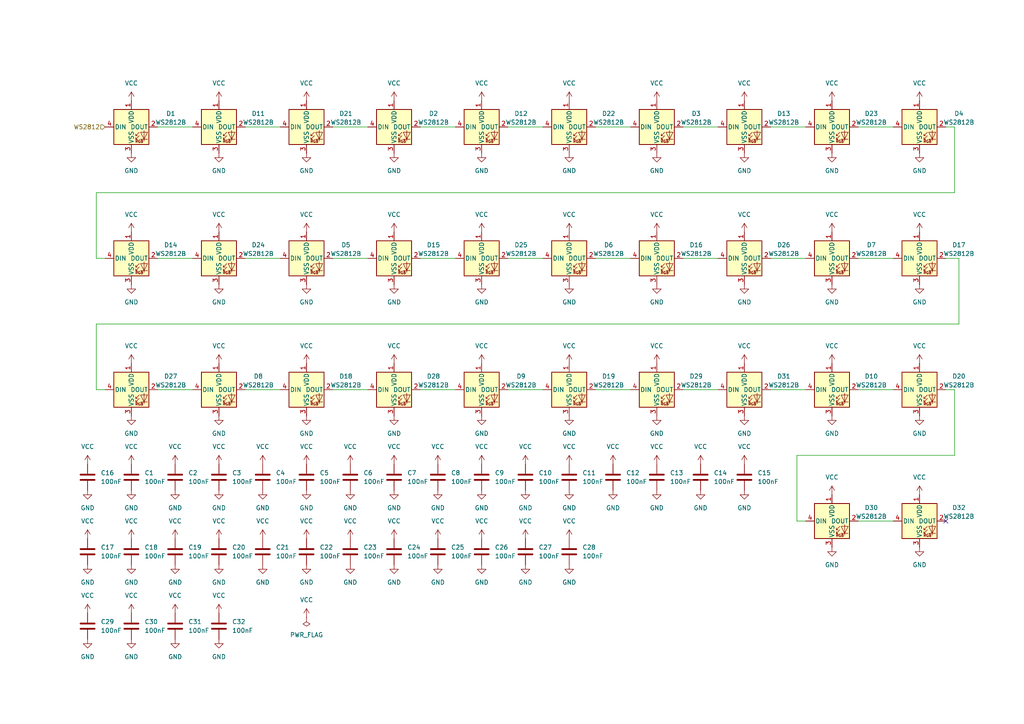
<source format=kicad_sch>
(kicad_sch (version 20230121) (generator eeschema)
  (paper "A4")
  (title_block (title "Spiralboard") (date "2023-07-01") (rev "v1.0") (company "@casartar"))
  (no_connect (at 274.32 151.13))
  (wire (pts (xy 223.52 74.93) (xy 233.68 74.93)))
  (wire (pts (xy 231.14 132.08) (xy 231.14 151.13)))
  (wire (pts (xy 172.72 36.83) (xy 182.88 36.83)))
  (wire (pts (xy 45.72 113.03) (xy 55.88 113.03)))
  (wire (pts (xy 45.72 74.93) (xy 55.88 74.93)))
  (wire (pts (xy 198.12 113.03) (xy 208.28 113.03)))
  (wire (pts (xy 147.32 113.03) (xy 157.48 113.03)))
  (wire (pts (xy 27.94 113.03) (xy 30.48 113.03)))
  (wire (pts (xy 248.92 74.93) (xy 259.08 74.93)))
  (wire (pts (xy 45.72 36.83) (xy 55.88 36.83)))
  (wire (pts (xy 248.92 113.03) (xy 259.08 113.03)))
  (wire (pts (xy 276.86 113.03) (xy 276.86 132.08)))
  (wire (pts (xy 274.32 36.83) (xy 276.86 36.83)))
  (wire (pts (xy 96.52 113.03) (xy 106.68 113.03)))
  (wire (pts (xy 96.52 36.83) (xy 106.68 36.83)))
  (wire (pts (xy 198.12 74.93) (xy 208.28 74.93)))
  (wire (pts (xy 276.86 55.88) (xy 27.94 55.88)))
  (wire (pts (xy 71.12 74.93) (xy 81.28 74.93)))
  (wire (pts (xy 276.86 36.83) (xy 276.86 55.88)))
  (wire (pts (xy 172.72 74.93) (xy 182.88 74.93)))
  (wire (pts (xy 27.94 74.93) (xy 30.48 74.93)))
  (wire (pts (xy 121.92 36.83) (xy 132.08 36.83)))
  (wire (pts (xy 96.52 74.93) (xy 106.68 74.93)))
  (wire (pts (xy 147.32 74.93) (xy 157.48 74.93)))
  (wire (pts (xy 71.12 36.83) (xy 81.28 36.83)))
  (wire (pts (xy 71.12 113.03) (xy 81.28 113.03)))
  (wire (pts (xy 121.92 74.93) (xy 132.08 74.93)))
  (wire (pts (xy 278.13 74.93) (xy 278.13 93.98)))
  (wire (pts (xy 248.92 36.83) (xy 259.08 36.83)))
  (wire (pts (xy 223.52 36.83) (xy 233.68 36.83)))
  (wire (pts (xy 223.52 113.03) (xy 233.68 113.03)))
  (wire (pts (xy 147.32 36.83) (xy 157.48 36.83)))
  (wire (pts (xy 278.13 93.98) (xy 27.94 93.98)))
  (wire (pts (xy 198.12 36.83) (xy 208.28 36.83)))
  (wire (pts (xy 172.72 113.03) (xy 182.88 113.03)))
  (wire (pts (xy 121.92 113.03) (xy 132.08 113.03)))
  (wire (pts (xy 27.94 55.88) (xy 27.94 74.93)))
  (wire (pts (xy 231.14 151.13) (xy 233.68 151.13)))
  (wire (pts (xy 274.32 113.03) (xy 276.86 113.03)))
  (wire (pts (xy 248.92 151.13) (xy 259.08 151.13)))
  (wire (pts (xy 27.94 93.98) (xy 27.94 113.03)))
  (wire (pts (xy 276.86 132.08) (xy 231.14 132.08)))
  (wire (pts (xy 274.32 74.93) (xy 278.13 74.93)))
  (hierarchical_label "WS2812" (shape input) (at 30.48 36.83 180))
  (symbol (lib_id "power:GND") (at 38.1 120.65 0) (unit 1)
    (property "Reference" "#PWR042" (effects hide))
    (property "Value" "GND" (at 38.1 125.73 0))
    (instances (project "spiralboard" (path "" (reference "#PWR042") (unit 1)) (path "" (reference "#PWR018") (unit 1))))
  )
  (symbol (lib_id "Device:C") (at 165.1 160.02 0) (unit 1)
    (property "Reference" "C28" (at 168.91 158.75 0) (effects (justify left)))
    (property "Value" "100nF" (at 168.91 161.29 0) (effects (justify left)))
    (property "Footprint" "Capacitor_SMD:C_0805_2012Metric" (effects hide))
  )
  (symbol (lib_id "power:GND") (at 88.9 82.55 0) (unit 1)
    (property "Reference" "#PWR026" (effects hide))
    (property "Value" "GND" (at 88.9 87.63 0))
    (instances (project "spiralboard" (path "" (reference "#PWR026") (unit 1)) (path "" (reference "#PWR050") (unit 1))))
  )
  (symbol (lib_id "power:VCC") (at 127 156.21 0) (unit 1)
    (property "Reference" "#PWR0113" (effects hide))
    (property "Value" "VCC" (at 127 151.13 0))
    (instances (project "spiralboard" (path "" (reference "#PWR0113") (unit 1)) (path "" (reference "#PWR074") (unit 1))))
  )
  (symbol (lib_id "power:VCC") (at 38.1 29.21 0) (unit 1)
    (property "Reference" "#PWR01" (effects hide))
    (property "Value" "VCC" (at 38.1 24.13 0))
    (instances (project "spiralboard" (path "" (reference "#PWR01") (unit 1)) (path "" (reference "#PWR013") (unit 1))))
  )
  (symbol (lib_id "Device:C") (at 114.3 138.43 0) (unit 1)
    (property "Reference" "C7" (at 118.11 137.16 0) (effects (justify left)))
    (property "Value" "100nF" (at 118.11 139.7 0) (effects (justify left)))
    (property "Footprint" "Capacitor_SMD:C_0805_2012Metric" (effects hide))
    (instances (project "spiralboard" (path "" (reference "C7") (unit 1)) (path "" (reference "C19") (unit 1))))
  )
  (symbol (lib_id "LED:WS2812B") (at 165.1 74.93 0) (unit 1)
    (property "Reference" "D6" (at 176.53 71.0439 0))
    (property "Value" "WS2812B" (at 176.53 73.5839 0))
    (property "Footprint" "LED_SMD:LED_WS2812B_PLCC4_5.0x5.0mm_P3.2mm" (effects hide))
    (property "Datasheet" "https://cdn-shop.adafruit.com/datasheets/WS2812B.pdf" (effects hide))
    (instances (project "spiralboard" (path "" (reference "D6") (unit 1)) (path "" (reference "D16") (unit 1))))
  )
  (symbol (lib_id "Device:C") (at 101.6 160.02 0) (unit 1)
    (property "Reference" "C23" (at 105.41 158.75 0) (effects (justify left)))
    (property "Value" "100nF" (at 105.41 161.29 0) (effects (justify left)))
    (property "Footprint" "Capacitor_SMD:C_0805_2012Metric" (effects hide))
    (instances (project "spiralboard" (path "" (reference "C23") (unit 1)) (path "" (reference "C18") (unit 1))))
  )
  (symbol (lib_id "power:VCC") (at 165.1 134.62 0) (unit 1)
    (property "Reference" "#PWR076" (effects hide))
    (property "Value" "VCC" (at 165.1 129.54 0))
    (instances (project "spiralboard" (path "" (reference "#PWR076") (unit 1)) (path "" (reference "#PWR096") (unit 1))))
  )
  (symbol (lib_id "power:GND") (at 76.2 163.83 0) (unit 1)
    (property "Reference" "#PWR0106" (effects hide))
    (property "Value" "GND" (at 76.2 168.91 0))
    (instances (project "spiralboard" (path "" (reference "#PWR0106") (unit 1)) (path "" (reference "#PWR046") (unit 1))))
  )
  (symbol (lib_id "power:GND") (at 63.5 185.42 0) (unit 1)
    (property "Reference" "#PWR0128" (effects hide))
    (property "Value" "GND" (at 63.5 190.5 0))
    (instances (project "spiralboard" (path "" (reference "#PWR0128") (unit 1)) (path "" (reference "#PWR042") (unit 1))))
  )
  (symbol (lib_id "Device:C") (at 88.9 160.02 0) (unit 1)
    (property "Reference" "C22" (at 92.71 158.75 0) (effects (justify left)))
    (property "Value" "100nF" (at 92.71 161.29 0) (effects (justify left)))
    (property "Footprint" "Capacitor_SMD:C_0805_2012Metric" (effects hide))
    (instances (project "spiralboard" (path "" (reference "C22") (unit 1)) (path "" (reference "C16") (unit 1))))
  )
  (symbol (lib_id "power:GND") (at 190.5 82.55 0) (unit 1)
    (property "Reference" "#PWR034" (effects hide))
    (property "Value" "GND" (at 190.5 87.63 0))
    (instances (project "spiralboard" (path "" (reference "#PWR034") (unit 1)) (path "" (reference "#PWR0105") (unit 1))))
  )
  (symbol (lib_id "LED:WS2812B") (at 38.1 113.03 0) (unit 1)
    (property "Reference" "D27" (at 49.53 109.1439 0))
    (property "Value" "WS2812B" (at 49.53 111.6839 0))
    (property "Footprint" "LED_SMD:LED_WS2812B_PLCC4_5.0x5.0mm_P3.2mm" (effects hide))
    (property "Datasheet" "https://cdn-shop.adafruit.com/datasheets/WS2812B.pdf" (effects hide))
    (instances (project "spiralboard" (path "" (reference "D27") (unit 1)) (path "" (reference "D21") (unit 1))))
  )
  (symbol (lib_id "power:GND") (at 101.6 163.83 0) (unit 1)
    (property "Reference" "#PWR0110" (effects hide))
    (property "Value" "GND" (at 101.6 168.91 0))
    (instances (project "spiralboard" (path "" (reference "#PWR0110") (unit 1)) (path "" (reference "#PWR061") (unit 1))))
  )
  (symbol (lib_id "power:GND") (at 165.1 163.83 0) (unit 1)
    (property "Reference" "#PWR0120" (effects hide))
    (property "Value" "GND" (at 165.1 168.91 0))
    (instances (project "spiralboard" (path "" (reference "#PWR0120") (unit 1)) (path "" (reference "#PWR099") (unit 1))))
  )
  (symbol (lib_id "power:GND") (at 215.9 120.65 0) (unit 1)
    (property "Reference" "#PWR056" (effects hide))
    (property "Value" "GND" (at 215.9 125.73 0))
    (instances (project "spiralboard" (path "" (reference "#PWR056") (unit 1)) (path "" (reference "#PWR0117") (unit 1))))
  )
  (symbol (lib_id "power:VCC") (at 38.1 156.21 0) (unit 1)
    (property "Reference" "#PWR099" (effects hide))
    (property "Value" "VCC" (at 38.1 151.13 0))
    (instances (project "spiralboard" (path "" (reference "#PWR099") (unit 1)) (path "" (reference "#PWR021") (unit 1))))
  )
  (symbol (lib_id "power:VCC") (at 241.3 67.31 0) (unit 1)
    (property "Reference" "#PWR037" (effects hide))
    (property "Value" "VCC" (at 241.3 62.23 0))
    (instances (project "spiralboard" (path "" (reference "#PWR037") (unit 1)) (path "" (reference "#PWR0122") (unit 1))))
  )
  (symbol (lib_id "power:GND") (at 63.5 163.83 0) (unit 1)
    (property "Reference" "#PWR0104" (effects hide))
    (property "Value" "GND" (at 63.5 168.91 0))
    (instances (project "spiralboard" (path "" (reference "#PWR0104") (unit 1)) (path "" (reference "#PWR040") (unit 1))))
  )
  (symbol (lib_id "power:GND") (at 203.2 142.24 0) (unit 1)
    (property "Reference" "#PWR082" (effects hide))
    (property "Value" "GND" (at 203.2 147.32 0))
    (instances (project "spiralboard" (path "" (reference "#PWR082") (unit 1)) (path "" (reference "#PWR0111") (unit 1))))
  )
  (symbol (lib_id "LED:WS2812B") (at 190.5 74.93 0) (unit 1)
    (property "Reference" "D16" (at 201.93 71.0439 0))
    (property "Value" "WS2812B" (at 201.93 73.5839 0))
    (property "Footprint" "LED_SMD:LED_WS2812B_PLCC4_5.0x5.0mm_P3.2mm" (effects hide))
    (property "Datasheet" "https://cdn-shop.adafruit.com/datasheets/WS2812B.pdf" (effects hide))
    (instances (project "spiralboard" (path "" (reference "D16") (unit 1)) (path "" (reference "D17") (unit 1))))
  )
  (symbol (lib_id "Device:C") (at 177.8 138.43 0) (unit 1)
    (property "Reference" "C12" (at 181.61 137.16 0) (effects (justify left)))
    (property "Value" "100nF" (at 181.61 139.7 0) (effects (justify left)))
    (property "Footprint" "Capacitor_SMD:C_0805_2012Metric" (effects hide))
    (instances (project "spiralboard" (path "" (reference "C12") (unit 1)) (path "" (reference "C29") (unit 1))))
  )
  (symbol (lib_id "Device:C") (at 203.2 138.43 0) (unit 1)
    (property "Reference" "C14" (at 207.01 137.16 0) (effects (justify left)))
    (property "Value" "100nF" (at 207.01 139.7 0) (effects (justify left)))
    (property "Footprint" "Capacitor_SMD:C_0805_2012Metric" (effects hide))
    (instances (project "spiralboard" (path "" (reference "C14") (unit 1)) (path "" (reference "C31") (unit 1))))
  )
  (symbol (lib_id "LED:WS2812B") (at 139.7 36.83 0) (unit 1)
    (property "Reference" "D12" (at 151.13 32.9439 0))
    (property "Value" "WS2812B" (at 151.13 35.4839 0))
    (property "Footprint" "LED_SMD:LED_WS2812B_PLCC4_5.0x5.0mm_P3.2mm" (effects hide))
    (property "Datasheet" "https://cdn-shop.adafruit.com/datasheets/WS2812B.pdf" (effects hide))
    (instances (project "spiralboard" (path "" (reference "D12") (unit 1)) (path "" (reference "D5") (unit 1))))
  )
  (symbol (lib_id "power:VCC") (at 88.9 29.21 0) (unit 1)
    (property "Reference" "#PWR03" (effects hide))
    (property "Value" "VCC" (at 88.9 24.13 0))
    (instances (project "spiralboard" (path "" (reference "#PWR03") (unit 1)) (path "" (reference "#PWR047") (unit 1))))
  )
  (symbol (lib_id "Device:C") (at 25.4 181.61 0) (unit 1)
    (property "Reference" "C29" (at 29.21 180.34 0) (effects (justify left)))
    (property "Value" "100nF" (at 29.21 182.88 0) (effects (justify left)))
    (property "Footprint" "Capacitor_SMD:C_0805_2012Metric" (effects hide))
    (instances (project "spiralboard" (path "" (reference "C29") (unit 1)) (path "" (reference "C3") (unit 1))))
  )
  (symbol (lib_id "power:GND") (at 38.1 82.55 0) (unit 1)
    (property "Reference" "#PWR022" (effects hide))
    (property "Value" "GND" (at 38.1 87.63 0))
    (instances (project "spiralboard" (path "" (reference "#PWR022") (unit 1)) (path "" (reference "#PWR016") (unit 1))))
  )
  (symbol (lib_id "LED:WS2812B") (at 266.7 36.83 0) (unit 1)
    (property "Reference" "D4" (at 278.13 32.9439 0))
    (property "Value" "WS2812B" (at 278.13 35.4839 0))
    (property "Footprint" "LED_SMD:LED_WS2812B_PLCC4_5.0x5.0mm_P3.2mm" (effects hide))
    (property "Datasheet" "https://cdn-shop.adafruit.com/datasheets/WS2812B.pdf" (effects hide))
    (instances (project "spiralboard" (path "" (reference "D4") (unit 1)) (path "" (reference "D10") (unit 1))))
  )
  (symbol (lib_id "power:VCC") (at 114.3 156.21 0) (unit 1)
    (property "Reference" "#PWR0111" (effects hide))
    (property "Value" "VCC" (at 114.3 151.13 0))
    (instances (project "spiralboard" (path "" (reference "#PWR0111") (unit 1)) (path "" (reference "#PWR070") (unit 1))))
  )
  (symbol (lib_id "power:GND") (at 241.3 158.75 0) (unit 1)
    (property "Reference" "#PWR062" (effects hide))
    (property "Value" "GND" (at 241.3 163.83 0))
    (instances (project "spiralboard" (path "" (reference "#PWR062") (unit 1)) (path "" (reference "#PWR0127") (unit 1))))
  )
  (symbol (lib_id "power:VCC") (at 266.7 105.41 0) (unit 1)
    (property "Reference" "#PWR059" (effects hide))
    (property "Value" "VCC" (at 266.7 100.33 0))
    (instances (project "spiralboard" (path "" (reference "#PWR059") (unit 1)) (path "" (reference "#PWR0132") (unit 1))))
  )
  (symbol (lib_id "power:GND") (at 152.4 142.24 0) (unit 1)
    (property "Reference" "#PWR086" (effects hide))
    (property "Value" "GND" (at 152.4 147.32 0))
    (instances (project "spiralboard" (path "" (reference "#PWR086") (unit 1)) (path "" (reference "#PWR087") (unit 1))))
  )
  (symbol (lib_id "LED:WS2812B") (at 241.3 74.93 0) (unit 1)
    (property "Reference" "D7" (at 252.73 71.0439 0))
    (property "Value" "WS2812B" (at 252.73 73.5839 0))
    (property "Footprint" "LED_SMD:LED_WS2812B_PLCC4_5.0x5.0mm_P3.2mm" (effects hide))
    (property "Datasheet" "https://cdn-shop.adafruit.com/datasheets/WS2812B.pdf" (effects hide))
    (instances (project "spiralboard" (path "" (reference "D7") (unit 1)) (path "" (reference "D19") (unit 1))))
  )
  (symbol (lib_id "power:GND") (at 215.9 44.45 0) (unit 1)
    (property "Reference" "#PWR018" (effects hide))
    (property "Value" "GND" (at 215.9 49.53 0))
    (instances (project "spiralboard" (path "" (reference "#PWR018") (unit 1)) (path "" (reference "#PWR0113") (unit 1))))
  )
  (symbol (lib_id "power:GND") (at 177.8 142.24 0) (unit 1)
    (property "Reference" "#PWR084" (effects hide))
    (property "Value" "GND" (at 177.8 147.32 0))
    (instances (project "spiralboard" (path "" (reference "#PWR084") (unit 1)) (path "" (reference "#PWR0101") (unit 1))))
  )
  (symbol (lib_id "power:VCC") (at 101.6 156.21 0) (unit 1)
    (property "Reference" "#PWR0109" (effects hide))
    (property "Value" "VCC" (at 101.6 151.13 0))
    (instances (project "spiralboard" (path "" (reference "#PWR0109") (unit 1)) (path "" (reference "#PWR060") (unit 1))))
  )
  (symbol (lib_id "power:VCC") (at 38.1 67.31 0) (unit 1)
    (property "Reference" "#PWR021" (effects hide))
    (property "Value" "VCC" (at 38.1 62.23 0))
    (instances (project "spiralboard" (path "" (reference "#PWR021") (unit 1)) (path "" (reference "#PWR015") (unit 1))))
  )
  (symbol (lib_id "Device:C") (at 114.3 160.02 0) (unit 1)
    (property "Reference" "C24" (at 118.11 158.75 0) (effects (justify left)))
    (property "Value" "100nF" (at 118.11 161.29 0) (effects (justify left)))
    (property "Footprint" "Capacitor_SMD:C_0805_2012Metric" (effects hide))
    (instances (project "spiralboard" (path "" (reference "C24") (unit 1)) (path "" (reference "C20") (unit 1))))
  )
  (symbol (lib_id "power:VCC") (at 63.5 156.21 0) (unit 1)
    (property "Reference" "#PWR0103" (effects hide))
    (property "Value" "VCC" (at 63.5 151.13 0))
    (instances (project "spiralboard" (path "" (reference "#PWR0103") (unit 1)) (path "" (reference "#PWR039") (unit 1))))
  )
  (symbol (lib_id "LED:WS2812B") (at 215.9 74.93 0) (unit 1)
    (property "Reference" "D26" (at 227.33 71.0439 0))
    (property "Value" "WS2812B" (at 227.33 73.5839 0))
    (property "Footprint" "LED_SMD:LED_WS2812B_PLCC4_5.0x5.0mm_P3.2mm" (effects hide))
    (property "Datasheet" "https://cdn-shop.adafruit.com/datasheets/WS2812B.pdf" (effects hide))
    (instances (project "spiralboard" (path "" (reference "D26") (unit 1)) (path "" (reference "D18") (unit 1))))
  )
  (symbol (lib_id "power:GND") (at 101.6 142.24 0) (unit 1)
    (property "Reference" "#PWR090" (effects hide))
    (property "Value" "GND" (at 101.6 147.32 0))
    (instances (project "spiralboard" (path "" (reference "#PWR090") (unit 1)) (path "" (reference "#PWR059") (unit 1))))
  )
  (symbol (lib_id "power:GND") (at 50.8 142.24 0) (unit 1)
    (property "Reference" "#PWR094" (effects hide))
    (property "Value" "GND" (at 50.8 147.32 0))
    (instances (project "spiralboard" (path "" (reference "#PWR094") (unit 1)) (path "" (reference "#PWR026") (unit 1))))
  )
  (symbol (lib_id "power:VCC") (at 266.7 143.51 0) (unit 1)
    (property "Reference" "#PWR063" (effects hide))
    (property "Value" "VCC" (at 266.7 138.43 0))
    (instances (project "spiralboard" (path "" (reference "#PWR063") (unit 1)) (path "" (reference "#PWR0134") (unit 1))))
  )
  (symbol (lib_id "power:VCC") (at 139.7 105.41 0) (unit 1)
    (property "Reference" "#PWR049" (effects hide))
    (property "Value" "VCC" (at 139.7 100.33 0))
    (instances (project "spiralboard" (path "" (reference "#PWR049") (unit 1)) (path "" (reference "#PWR080") (unit 1))))
  )
  (symbol (lib_id "LED:WS2812B") (at 241.3 36.83 0) (unit 1)
    (property "Reference" "D23" (at 252.73 32.9439 0))
    (property "Value" "WS2812B" (at 252.73 35.4839 0))
    (property "Footprint" "LED_SMD:LED_WS2812B_PLCC4_5.0x5.0mm_P3.2mm" (effects hide))
    (property "Datasheet" "https://cdn-shop.adafruit.com/datasheets/WS2812B.pdf" (effects hide))
    (instances (project "spiralboard" (path "" (reference "D23") (unit 1)) (path "" (reference "D9") (unit 1))))
  )
  (symbol (lib_id "power:GND") (at 88.9 142.24 0) (unit 1)
    (property "Reference" "#PWR091" (effects hide))
    (property "Value" "GND" (at 88.9 147.32 0))
    (instances (project "spiralboard" (path "" (reference "#PWR091") (unit 1)) (path "" (reference "#PWR054") (unit 1))))
  )
  (symbol (lib_id "power:VCC") (at 88.9 156.21 0) (unit 1)
    (property "Reference" "#PWR0107" (effects hide))
    (property "Value" "VCC" (at 88.9 151.13 0))
    (instances (project "spiralboard" (path "" (reference "#PWR0107") (unit 1)) (path "" (reference "#PWR055") (unit 1))))
  )
  (symbol (lib_id "power:GND") (at 25.4 185.42 0) (unit 1)
    (property "Reference" "#PWR0122" (effects hide))
    (property "Value" "GND" (at 25.4 190.5 0))
    (instances (project "spiralboard" (path "" (reference "#PWR0122") (unit 1)) (path "" (reference "#PWR012") (unit 1))))
  )
  (symbol (lib_id "power:VCC") (at 63.5 67.31 0) (unit 1)
    (property "Reference" "#PWR023" (effects hide))
    (property "Value" "VCC" (at 63.5 62.23 0))
    (instances (project "spiralboard" (path "" (reference "#PWR023") (unit 1)) (path "" (reference "#PWR033") (unit 1))))
  )
  (symbol (lib_id "LED:WS2812B") (at 266.7 151.13 0) (unit 1)
    (property "Reference" "D32" (at 278.13 147.2439 0))
    (property "Value" "WS2812B" (at 278.13 149.7839 0))
    (property "Footprint" "LED_SMD:LED_WS2812B_PLCC4_5.0x5.0mm_P3.2mm" (effects hide))
    (property "Datasheet" "https://cdn-shop.adafruit.com/datasheets/WS2812B.pdf" (effects hide))
  )
  (symbol (lib_id "power:GND") (at 266.7 158.75 0) (unit 1)
    (property "Reference" "#PWR064" (effects hide))
    (property "Value" "GND" (at 266.7 163.83 0))
    (instances (project "spiralboard" (path "" (reference "#PWR064") (unit 1)) (path "" (reference "#PWR0135") (unit 1))))
  )
  (symbol (lib_id "power:GND") (at 88.9 44.45 0) (unit 1)
    (property "Reference" "#PWR013" (effects hide))
    (property "Value" "GND" (at 88.9 49.53 0))
    (instances (project "spiralboard" (path "" (reference "#PWR013") (unit 1)) (path "" (reference "#PWR048") (unit 1))))
  )
  (symbol (lib_id "power:GND") (at 114.3 82.55 0) (unit 1)
    (property "Reference" "#PWR028" (effects hide))
    (property "Value" "GND" (at 114.3 87.63 0))
    (instances (project "spiralboard" (path "" (reference "#PWR028") (unit 1)) (path "" (reference "#PWR065") (unit 1))))
  )
  (symbol (lib_id "power:VCC") (at 165.1 156.21 0) (unit 1)
    (property "Reference" "#PWR0119" (effects hide))
    (property "Value" "VCC" (at 165.1 151.13 0))
    (instances (project "spiralboard" (path "" (reference "#PWR0119") (unit 1)) (path "" (reference "#PWR098") (unit 1))))
  )
  (symbol (lib_id "LED:WS2812B") (at 190.5 36.83 0) (unit 1)
    (property "Reference" "D3" (at 201.93 32.9439 0))
    (property "Value" "WS2812B" (at 201.93 35.4839 0))
    (property "Footprint" "LED_SMD:LED_WS2812B_PLCC4_5.0x5.0mm_P3.2mm" (effects hide))
    (property "Datasheet" "https://cdn-shop.adafruit.com/datasheets/WS2812B.pdf" (effects hide))
    (instances (project "spiralboard" (path "" (reference "D3") (unit 1)) (path "" (reference "D7") (unit 1))))
  )
  (symbol (lib_id "power:VCC") (at 165.1 67.31 0) (unit 1)
    (property "Reference" "#PWR031" (effects hide))
    (property "Value" "VCC" (at 165.1 62.23 0))
    (instances (project "spiralboard" (path "" (reference "#PWR031") (unit 1)) (path "" (reference "#PWR092") (unit 1))))
  )
  (symbol (lib_id "power:GND") (at 114.3 142.24 0) (unit 1)
    (property "Reference" "#PWR089" (effects hide))
    (property "Value" "GND" (at 114.3 147.32 0))
    (instances (project "spiralboard" (path "" (reference "#PWR089") (unit 1)) (path "" (reference "#PWR069") (unit 1))))
  )
  (symbol (lib_id "power:VCC") (at 63.5 177.8 0) (unit 1)
    (property "Reference" "#PWR0127" (effects hide))
    (property "Value" "VCC" (at 63.5 172.72 0))
    (instances (project "spiralboard" (path "" (reference "#PWR0127") (unit 1)) (path "" (reference "#PWR041") (unit 1))))
  )
  (symbol (lib_id "Device:C") (at 215.9 138.43 0) (unit 1)
    (property "Reference" "C15" (at 219.71 137.16 0) (effects (justify left)))
    (property "Value" "100nF" (at 219.71 139.7 0) (effects (justify left)))
    (property "Footprint" "Capacitor_SMD:C_0805_2012Metric" (effects hide))
    (instances (project "spiralboard" (path "" (reference "C15") (unit 1)) (path "" (reference "C32") (unit 1))))
  )
  (symbol (lib_id "power:VCC") (at 88.9 179.07 0) (unit 1)
    (property "Reference" "#PWR057" (effects hide))
    (property "Value" "VCC" (at 88.9 173.99 0))
  )
  (symbol (lib_id "power:GND") (at 63.5 142.24 0) (unit 1)
    (property "Reference" "#PWR093" (effects hide))
    (property "Value" "GND" (at 63.5 147.32 0))
    (instances (project "spiralboard" (path "" (reference "#PWR093") (unit 1)) (path "" (reference "#PWR038") (unit 1))))
  )
  (symbol (lib_id "Device:C") (at 139.7 138.43 0) (unit 1)
    (property "Reference" "C9" (at 143.51 137.16 0) (effects (justify left)))
    (property "Value" "100nF" (at 143.51 139.7 0) (effects (justify left)))
    (property "Footprint" "Capacitor_SMD:C_0805_2012Metric" (effects hide))
    (instances (project "spiralboard" (path "" (reference "C9") (unit 1)) (path "" (reference "C23") (unit 1))))
  )
  (symbol (lib_id "power:VCC") (at 266.7 29.21 0) (unit 1)
    (property "Reference" "#PWR09" (effects hide))
    (property "Value" "VCC" (at 266.7 24.13 0))
    (instances (project "spiralboard" (path "" (reference "#PWR09") (unit 1)) (path "" (reference "#PWR0128") (unit 1))))
  )
  (symbol (lib_id "power:GND") (at 50.8 185.42 0) (unit 1)
    (property "Reference" "#PWR0126" (effects hide))
    (property "Value" "GND" (at 50.8 190.5 0))
    (instances (project "spiralboard" (path "" (reference "#PWR0126") (unit 1)) (path "" (reference "#PWR030") (unit 1))))
  )
  (symbol (lib_id "Device:C") (at 25.4 138.43 0) (unit 1)
    (property "Reference" "C16" (at 29.21 137.16 0) (effects (justify left)))
    (property "Value" "100nF" (at 29.21 139.7 0) (effects (justify left)))
    (property "Footprint" "Capacitor_SMD:C_0805_2012Metric" (effects hide))
    (instances (project "spiralboard" (path "" (reference "C16") (unit 1)) (path "" (reference "C1") (unit 1))))
  )
  (symbol (lib_id "LED:WS2812B") (at 88.9 74.93 0) (unit 1)
    (property "Reference" "D5" (at 100.33 71.0439 0))
    (property "Value" "WS2812B" (at 100.33 73.5839 0))
    (property "Footprint" "LED_SMD:LED_WS2812B_PLCC4_5.0x5.0mm_P3.2mm" (effects hide))
    (property "Datasheet" "https://cdn-shop.adafruit.com/datasheets/WS2812B.pdf" (effects hide))
    (instances (project "spiralboard" (path "" (reference "D5") (unit 1)) (path "" (reference "D13") (unit 1))))
  )
  (symbol (lib_id "power:VCC") (at 114.3 134.62 0) (unit 1)
    (property "Reference" "#PWR072" (effects hide))
    (property "Value" "VCC" (at 114.3 129.54 0))
    (instances (project "spiralboard" (path "" (reference "#PWR072") (unit 1)) (path "" (reference "#PWR068") (unit 1))))
  )
  (symbol (lib_id "power:GND") (at 165.1 120.65 0) (unit 1)
    (property "Reference" "#PWR052" (effects hide))
    (property "Value" "GND" (at 165.1 125.73 0))
    (instances (project "spiralboard" (path "" (reference "#PWR052") (unit 1)) (path "" (reference "#PWR095") (unit 1))))
  )
  (symbol (lib_id "power:VCC") (at 114.3 105.41 0) (unit 1)
    (property "Reference" "#PWR047" (effects hide))
    (property "Value" "VCC" (at 114.3 100.33 0))
    (instances (project "spiralboard" (path "" (reference "#PWR047") (unit 1)) (path "" (reference "#PWR066") (unit 1))))
  )
  (symbol (lib_id "power:VCC") (at 215.9 134.62 0) (unit 1)
    (property "Reference" "#PWR080" (effects hide))
    (property "Value" "VCC" (at 215.9 129.54 0))
    (instances (project "spiralboard" (path "" (reference "#PWR080") (unit 1)) (path "" (reference "#PWR0118") (unit 1))))
  )
  (symbol (lib_id "Device:C") (at 101.6 138.43 0) (unit 1)
    (property "Reference" "C6" (at 105.41 137.16 0) (effects (justify left)))
    (property "Value" "100nF" (at 105.41 139.7 0) (effects (justify left)))
    (property "Footprint" "Capacitor_SMD:C_0805_2012Metric" (effects hide))
    (instances (project "spiralboard" (path "" (reference "C6") (unit 1)) (path "" (reference "C17") (unit 1))))
  )
  (symbol (lib_id "power:GND") (at 152.4 163.83 0) (unit 1)
    (property "Reference" "#PWR0118" (effects hide))
    (property "Value" "GND" (at 152.4 168.91 0))
    (instances (project "spiralboard" (path "" (reference "#PWR0118") (unit 1)) (path "" (reference "#PWR089") (unit 1))))
  )
  (symbol (lib_id "power:VCC") (at 76.2 134.62 0) (unit 1)
    (property "Reference" "#PWR069" (effects hide))
    (property "Value" "VCC" (at 76.2 129.54 0))
    (instances (project "spiralboard" (path "" (reference "#PWR069") (unit 1)) (path "" (reference "#PWR043") (unit 1))))
  )
  (symbol (lib_id "LED:WS2812B") (at 63.5 113.03 0) (unit 1)
    (property "Reference" "D8" (at 74.93 109.1439 0))
    (property "Value" "WS2812B" (at 74.93 111.6839 0))
    (property "Footprint" "LED_SMD:LED_WS2812B_PLCC4_5.0x5.0mm_P3.2mm" (effects hide))
    (property "Datasheet" "https://cdn-shop.adafruit.com/datasheets/WS2812B.pdf" (effects hide))
    (instances (project "spiralboard" (path "" (reference "D8") (unit 1)) (path "" (reference "D22") (unit 1))))
  )
  (symbol (lib_id "Device:C") (at 38.1 138.43 0) (unit 1)
    (property "Reference" "C1" (at 41.91 137.16 0) (effects (justify left)))
    (property "Value" "100nF" (at 41.91 139.7 0) (effects (justify left)))
    (property "Footprint" "Capacitor_SMD:C_0805_2012Metric" (effects hide))
    (instances (project "spiralboard" (path "" (reference "C1") (unit 1)) (path "" (reference "C4") (unit 1))))
  )
  (symbol (lib_id "power:GND") (at 165.1 44.45 0) (unit 1)
    (property "Reference" "#PWR016" (effects hide))
    (property "Value" "GND" (at 165.1 49.53 0))
    (instances (project "spiralboard" (path "" (reference "#PWR016") (unit 1)) (path "" (reference "#PWR091") (unit 1))))
  )
  (symbol (lib_id "Device:C") (at 50.8 160.02 0) (unit 1)
    (property "Reference" "C19" (at 54.61 158.75 0) (effects (justify left)))
    (property "Value" "100nF" (at 54.61 161.29 0) (effects (justify left)))
    (property "Footprint" "Capacitor_SMD:C_0805_2012Metric" (effects hide))
    (instances (project "spiralboard" (path "" (reference "C19") (unit 1)) (path "" (reference "C8") (unit 1))))
  )
  (symbol (lib_id "LED:WS2812B") (at 266.7 113.03 0) (unit 1)
    (property "Reference" "D20" (at 278.13 109.1439 0))
    (property "Value" "WS2812B" (at 278.13 111.6839 0))
    (property "Footprint" "LED_SMD:LED_WS2812B_PLCC4_5.0x5.0mm_P3.2mm" (effects hide))
    (property "Datasheet" "https://cdn-shop.adafruit.com/datasheets/WS2812B.pdf" (effects hide))
    (instances (project "spiralboard" (path "" (reference "D20") (unit 1)) (path "" (reference "D30") (unit 1))))
  )
  (symbol (lib_id "Device:C") (at 190.5 138.43 0) (unit 1)
    (property "Reference" "C13" (at 194.31 137.16 0) (effects (justify left)))
    (property "Value" "100nF" (at 194.31 139.7 0) (effects (justify left)))
    (property "Footprint" "Capacitor_SMD:C_0805_2012Metric" (effects hide))
    (instances (project "spiralboard" (path "" (reference "C13") (unit 1)) (path "" (reference "C30") (unit 1))))
  )
  (symbol (lib_id "Device:C") (at 76.2 138.43 0) (unit 1)
    (property "Reference" "C4" (at 80.01 137.16 0) (effects (justify left)))
    (property "Value" "100nF" (at 80.01 139.7 0) (effects (justify left)))
    (property "Footprint" "Capacitor_SMD:C_0805_2012Metric" (effects hide))
    (instances (project "spiralboard" (path "" (reference "C4") (unit 1)) (path "" (reference "C13") (unit 1))))
  )
  (symbol (lib_id "LED:WS2812B") (at 139.7 113.03 0) (unit 1)
    (property "Reference" "D9" (at 151.13 109.1439 0))
    (property "Value" "WS2812B" (at 151.13 111.6839 0))
    (property "Footprint" "LED_SMD:LED_WS2812B_PLCC4_5.0x5.0mm_P3.2mm" (effects hide))
    (property "Datasheet" "https://cdn-shop.adafruit.com/datasheets/WS2812B.pdf" (effects hide))
    (instances (project "spiralboard" (path "" (reference "D9") (unit 1)) (path "" (reference "D25") (unit 1))))
  )
  (symbol (lib_id "Device:C") (at 63.5 160.02 0) (unit 1)
    (property "Reference" "C20" (at 67.31 158.75 0) (effects (justify left)))
    (property "Value" "100nF" (at 67.31 161.29 0) (effects (justify left)))
    (property "Footprint" "Capacitor_SMD:C_0805_2012Metric" (effects hide))
    (instances (project "spiralboard" (path "" (reference "C20") (unit 1)) (path "" (reference "C11") (unit 1))))
  )
  (symbol (lib_id "power:GND") (at 127 142.24 0) (unit 1)
    (property "Reference" "#PWR088" (effects hide))
    (property "Value" "GND" (at 127 147.32 0))
    (instances (project "spiralboard" (path "" (reference "#PWR088") (unit 1)) (path "" (reference "#PWR073") (unit 1))))
  )
  (symbol (lib_id "power:GND") (at 139.7 142.24 0) (unit 1)
    (property "Reference" "#PWR087" (effects hide))
    (property "Value" "GND" (at 139.7 147.32 0))
    (instances (project "spiralboard" (path "" (reference "#PWR087") (unit 1)) (path "" (reference "#PWR083") (unit 1))))
  )
  (symbol (lib_id "power:VCC") (at 266.7 67.31 0) (unit 1)
    (property "Reference" "#PWR039" (effects hide))
    (property "Value" "VCC" (at 266.7 62.23 0))
    (instances (project "spiralboard" (path "" (reference "#PWR039") (unit 1)) (path "" (reference "#PWR0130") (unit 1))))
  )
  (symbol (lib_id "power:GND") (at 190.5 142.24 0) (unit 1)
    (property "Reference" "#PWR083" (effects hide))
    (property "Value" "GND" (at 190.5 147.32 0))
    (instances (project "spiralboard" (path "" (reference "#PWR083") (unit 1)) (path "" (reference "#PWR0109") (unit 1))))
  )
  (symbol (lib_id "power:VCC") (at 165.1 29.21 0) (unit 1)
    (property "Reference" "#PWR06" (effects hide))
    (property "Value" "VCC" (at 165.1 24.13 0))
    (instances (project "spiralboard" (path "" (reference "#PWR06") (unit 1)) (path "" (reference "#PWR090") (unit 1))))
  )
  (symbol (lib_id "LED:WS2812B") (at 215.9 113.03 0) (unit 1)
    (property "Reference" "D31" (at 227.33 109.1439 0))
    (property "Value" "WS2812B" (at 227.33 111.6839 0))
    (property "Footprint" "LED_SMD:LED_WS2812B_PLCC4_5.0x5.0mm_P3.2mm" (effects hide))
    (property "Datasheet" "https://cdn-shop.adafruit.com/datasheets/WS2812B.pdf" (effects hide))
    (instances (project "spiralboard" (path "" (reference "D31") (unit 1)) (path "" (reference "D28") (unit 1))))
  )
  (symbol (lib_id "power:VCC") (at 190.5 105.41 0) (unit 1)
    (property "Reference" "#PWR053" (effects hide))
    (property "Value" "VCC" (at 190.5 100.33 0))
    (instances (project "spiralboard" (path "" (reference "#PWR053") (unit 1)) (path "" (reference "#PWR0106") (unit 1))))
  )
  (symbol (lib_id "power:GND") (at 38.1 44.45 0) (unit 1)
    (property "Reference" "#PWR011" (effects hide))
    (property "Value" "GND" (at 38.1 49.53 0))
    (instances (project "spiralboard" (path "" (reference "#PWR011") (unit 1)) (path "" (reference "#PWR014") (unit 1))))
  )
  (symbol (lib_id "power:VCC") (at 165.1 105.41 0) (unit 1)
    (property "Reference" "#PWR051" (effects hide))
    (property "Value" "VCC" (at 165.1 100.33 0))
    (instances (project "spiralboard" (path "" (reference "#PWR051") (unit 1)) (path "" (reference "#PWR094") (unit 1))))
  )
  (symbol (lib_id "Device:C") (at 25.4 160.02 0) (unit 1)
    (property "Reference" "C17" (at 29.21 158.75 0) (effects (justify left)))
    (property "Value" "100nF" (at 29.21 161.29 0) (effects (justify left)))
    (property "Footprint" "Capacitor_SMD:C_0805_2012Metric" (effects hide))
    (instances (project "spiralboard" (path "" (reference "C17") (unit 1)) (path "" (reference "C2") (unit 1))))
  )
  (symbol (lib_id "power:VCC") (at 203.2 134.62 0) (unit 1)
    (property "Reference" "#PWR079" (effects hide))
    (property "Value" "VCC" (at 203.2 129.54 0))
    (instances (project "spiralboard" (path "" (reference "#PWR079") (unit 1)) (path "" (reference "#PWR0110") (unit 1))))
  )
  (symbol (lib_id "LED:WS2812B") (at 63.5 36.83 0) (unit 1)
    (property "Reference" "D11" (at 74.93 32.9439 0))
    (property "Value" "WS2812B" (at 74.93 35.4839 0))
    (property "Footprint" "LED_SMD:LED_WS2812B_PLCC4_5.0x5.0mm_P3.2mm" (effects hide))
    (property "Datasheet" "https://cdn-shop.adafruit.com/datasheets/WS2812B.pdf" (effects hide))
    (instances (project "spiralboard" (path "" (reference "D11") (unit 1)) (path "" (reference "D2") (unit 1))))
  )
  (symbol (lib_id "LED:WS2812B") (at 241.3 113.03 0) (unit 1)
    (property "Reference" "D10" (at 252.73 109.1439 0))
    (property "Value" "WS2812B" (at 252.73 111.6839 0))
    (property "Footprint" "LED_SMD:LED_WS2812B_PLCC4_5.0x5.0mm_P3.2mm" (effects hide))
    (property "Datasheet" "https://cdn-shop.adafruit.com/datasheets/WS2812B.pdf" (effects hide))
    (instances (project "spiralboard" (path "" (reference "D10") (unit 1)) (path "" (reference "D29") (unit 1))))
  )
  (symbol (lib_id "Device:C") (at 127 138.43 0) (unit 1)
    (property "Reference" "C8" (at 130.81 137.16 0) (effects (justify left)))
    (property "Value" "100nF" (at 130.81 139.7 0) (effects (justify left)))
    (property "Footprint" "Capacitor_SMD:C_0805_2012Metric" (effects hide))
    (instances (project "spiralboard" (path "" (reference "C8") (unit 1)) (path "" (reference "C21") (unit 1))))
  )
  (symbol (lib_id "power:VCC") (at 190.5 29.21 0) (unit 1)
    (property "Reference" "#PWR07" (effects hide))
    (property "Value" "VCC" (at 190.5 24.13 0))
    (instances (project "spiralboard" (path "" (reference "#PWR07") (unit 1)) (path "" (reference "#PWR0102") (unit 1))))
  )
  (symbol (lib_id "power:GND") (at 165.1 82.55 0) (unit 1)
    (property "Reference" "#PWR032" (effects hide))
    (property "Value" "GND" (at 165.1 87.63 0))
    (instances (project "spiralboard" (path "" (reference "#PWR032") (unit 1)) (path "" (reference "#PWR093") (unit 1))))
  )
  (symbol (lib_id "power:VCC") (at 88.9 134.62 0) (unit 1)
    (property "Reference" "#PWR070" (effects hide))
    (property "Value" "VCC" (at 88.9 129.54 0))
    (instances (project "spiralboard" (path "" (reference "#PWR070") (unit 1)) (path "" (reference "#PWR053") (unit 1))))
  )
  (symbol (lib_id "power:VCC") (at 139.7 156.21 0) (unit 1)
    (property "Reference" "#PWR0115" (effects hide))
    (property "Value" "VCC" (at 139.7 151.13 0))
    (instances (project "spiralboard" (path "" (reference "#PWR0115") (unit 1)) (path "" (reference "#PWR084") (unit 1))))
  )
  (symbol (lib_id "LED:WS2812B") (at 114.3 113.03 0) (unit 1)
    (property "Reference" "D28" (at 125.73 109.1439 0))
    (property "Value" "WS2812B" (at 125.73 111.6839 0))
    (property "Footprint" "LED_SMD:LED_WS2812B_PLCC4_5.0x5.0mm_P3.2mm" (effects hide))
    (property "Datasheet" "https://cdn-shop.adafruit.com/datasheets/WS2812B.pdf" (effects hide))
    (instances (project "spiralboard" (path "" (reference "D28") (unit 1)) (path "" (reference "D24") (unit 1))))
  )
  (symbol (lib_id "power:GND") (at 38.1 185.42 0) (unit 1)
    (property "Reference" "#PWR0124" (effects hide))
    (property "Value" "GND" (at 38.1 190.5 0))
    (instances (project "spiralboard" (path "" (reference "#PWR0124") (unit 1)) (path "" (reference "#PWR024") (unit 1))))
  )
  (symbol (lib_id "power:VCC") (at 139.7 134.62 0) (unit 1)
    (property "Reference" "#PWR074" (effects hide))
    (property "Value" "VCC" (at 139.7 129.54 0))
    (instances (project "spiralboard" (path "" (reference "#PWR074") (unit 1)) (path "" (reference "#PWR082") (unit 1))))
  )
  (symbol (lib_id "Device:C") (at 38.1 181.61 0) (unit 1)
    (property "Reference" "C30" (at 41.91 180.34 0) (effects (justify left)))
    (property "Value" "100nF" (at 41.91 182.88 0) (effects (justify left)))
    (property "Footprint" "Capacitor_SMD:C_0805_2012Metric" (effects hide))
    (instances (project "spiralboard" (path "" (reference "C30") (unit 1)) (path "" (reference "C6") (unit 1))))
  )
  (symbol (lib_id "power:VCC") (at 38.1 105.41 0) (unit 1)
    (property "Reference" "#PWR041" (effects hide))
    (property "Value" "VCC" (at 38.1 100.33 0))
    (instances (project "spiralboard" (path "" (reference "#PWR041") (unit 1)) (path "" (reference "#PWR017") (unit 1))))
  )
  (symbol (lib_id "power:VCC") (at 190.5 134.62 0) (unit 1)
    (property "Reference" "#PWR078" (effects hide))
    (property "Value" "VCC" (at 190.5 129.54 0))
    (instances (project "spiralboard" (path "" (reference "#PWR078") (unit 1)) (path "" (reference "#PWR0108") (unit 1))))
  )
  (symbol (lib_id "power:VCC") (at 50.8 156.21 0) (unit 1)
    (property "Reference" "#PWR0101" (effects hide))
    (property "Value" "VCC" (at 50.8 151.13 0))
    (instances (project "spiralboard" (path "" (reference "#PWR0101") (unit 1)) (path "" (reference "#PWR027") (unit 1))))
  )
  (symbol (lib_id "power:GND") (at 88.9 163.83 0) (unit 1)
    (property "Reference" "#PWR0108" (effects hide))
    (property "Value" "GND" (at 88.9 168.91 0))
    (instances (project "spiralboard" (path "" (reference "#PWR0108") (unit 1)) (path "" (reference "#PWR056") (unit 1))))
  )
  (symbol (lib_id "power:VCC") (at 241.3 29.21 0) (unit 1)
    (property "Reference" "#PWR08" (effects hide))
    (property "Value" "VCC" (at 241.3 24.13 0))
    (instances (project "spiralboard" (path "" (reference "#PWR08") (unit 1)) (path "" (reference "#PWR0120") (unit 1))))
  )
  (symbol (lib_id "power:VCC") (at 63.5 105.41 0) (unit 1)
    (property "Reference" "#PWR043" (effects hide))
    (property "Value" "VCC" (at 63.5 100.33 0))
    (instances (project "spiralboard" (path "" (reference "#PWR043") (unit 1)) (path "" (reference "#PWR035") (unit 1))))
  )
  (symbol (lib_id "LED:WS2812B") (at 38.1 36.83 0) (unit 1)
    (property "Reference" "D1" (at 49.53 32.9439 0))
    (property "Value" "WS2812B" (at 49.53 35.4839 0))
    (property "Footprint" "LED_SMD:LED_WS2812B_PLCC4_5.0x5.0mm_P3.2mm" (effects hide))
    (property "Datasheet" "https://cdn-shop.adafruit.com/datasheets/WS2812B.pdf" (effects hide))
  )
  (symbol (lib_id "power:GND") (at 76.2 142.24 0) (unit 1)
    (property "Reference" "#PWR092" (effects hide))
    (property "Value" "GND" (at 76.2 147.32 0))
    (instances (project "spiralboard" (path "" (reference "#PWR092") (unit 1)) (path "" (reference "#PWR044") (unit 1))))
  )
  (symbol (lib_id "Device:C") (at 76.2 160.02 0) (unit 1)
    (property "Reference" "C21" (at 80.01 158.75 0) (effects (justify left)))
    (property "Value" "100nF" (at 80.01 161.29 0) (effects (justify left)))
    (property "Footprint" "Capacitor_SMD:C_0805_2012Metric" (effects hide))
    (instances (project "spiralboard" (path "" (reference "C21") (unit 1)) (path "" (reference "C14") (unit 1))))
  )
  (symbol (lib_id "power:GND") (at 25.4 163.83 0) (unit 1)
    (property "Reference" "#PWR098" (effects hide))
    (property "Value" "GND" (at 25.4 168.91 0))
    (instances (project "spiralboard" (path "" (reference "#PWR098") (unit 1)) (path "" (reference "#PWR010") (unit 1))))
  )
  (symbol (lib_id "Device:C") (at 152.4 160.02 0) (unit 1)
    (property "Reference" "C27" (at 156.21 158.75 0) (effects (justify left)))
    (property "Value" "100nF" (at 156.21 161.29 0) (effects (justify left)))
    (property "Footprint" "Capacitor_SMD:C_0805_2012Metric" (effects hide))
    (instances (project "spiralboard" (path "" (reference "C27") (unit 1)) (path "" (reference "C26") (unit 1))))
  )
  (symbol (lib_id "power:GND") (at 165.1 142.24 0) (unit 1)
    (property "Reference" "#PWR085" (effects hide))
    (property "Value" "GND" (at 165.1 147.32 0))
    (instances (project "spiralboard" (path "" (reference "#PWR085") (unit 1)) (path "" (reference "#PWR097") (unit 1))))
  )
  (symbol (lib_id "Device:C") (at 139.7 160.02 0) (unit 1)
    (property "Reference" "C26" (at 143.51 158.75 0) (effects (justify left)))
    (property "Value" "100nF" (at 143.51 161.29 0) (effects (justify left)))
    (property "Footprint" "Capacitor_SMD:C_0805_2012Metric" (effects hide))
    (instances (project "spiralboard" (path "" (reference "C26") (unit 1)) (path "" (reference "C24") (unit 1))))
  )
  (symbol (lib_id "power:VCC") (at 215.9 29.21 0) (unit 1)
    (property "Reference" "#PWR010" (effects hide))
    (property "Value" "VCC" (at 215.9 24.13 0))
    (instances (project "spiralboard" (path "" (reference "#PWR010") (unit 1)) (path "" (reference "#PWR0112") (unit 1))))
  )
  (symbol (lib_id "power:VCC") (at 25.4 177.8 0) (unit 1)
    (property "Reference" "#PWR0121" (effects hide))
    (property "Value" "VCC" (at 25.4 172.72 0))
    (instances (project "spiralboard" (path "" (reference "#PWR0121") (unit 1)) (path "" (reference "#PWR011") (unit 1))))
  )
  (symbol (lib_id "power:GND") (at 63.5 44.45 0) (unit 1)
    (property "Reference" "#PWR012" (effects hide))
    (property "Value" "GND" (at 63.5 49.53 0))
    (instances (project "spiralboard" (path "" (reference "#PWR012") (unit 1)) (path "" (reference "#PWR032") (unit 1))))
  )
  (symbol (lib_id "power:VCC") (at 241.3 143.51 0) (unit 1)
    (property "Reference" "#PWR061" (effects hide))
    (property "Value" "VCC" (at 241.3 138.43 0))
    (instances (project "spiralboard" (path "" (reference "#PWR061") (unit 1)) (path "" (reference "#PWR0126") (unit 1))))
  )
  (symbol (lib_id "LED:WS2812B") (at 165.1 113.03 0) (unit 1)
    (property "Reference" "D19" (at 176.53 109.1439 0))
    (property "Value" "WS2812B" (at 176.53 111.6839 0))
    (property "Footprint" "LED_SMD:LED_WS2812B_PLCC4_5.0x5.0mm_P3.2mm" (effects hide))
    (property "Datasheet" "https://cdn-shop.adafruit.com/datasheets/WS2812B.pdf" (effects hide))
    (instances (project "spiralboard" (path "" (reference "D19") (unit 1)) (path "" (reference "D26") (unit 1))))
  )
  (symbol (lib_id "Device:C") (at 63.5 181.61 0) (unit 1)
    (property "Reference" "C32" (at 67.31 180.34 0) (effects (justify left)))
    (property "Value" "100nF" (at 67.31 182.88 0) (effects (justify left)))
    (property "Footprint" "Capacitor_SMD:C_0805_2012Metric" (effects hide))
    (instances (project "spiralboard" (path "" (reference "C32") (unit 1)) (path "" (reference "C12") (unit 1))))
  )
  (symbol (lib_id "power:GND") (at 266.7 120.65 0) (unit 1)
    (property "Reference" "#PWR060" (effects hide))
    (property "Value" "GND" (at 266.7 125.73 0))
    (instances (project "spiralboard" (path "" (reference "#PWR060") (unit 1)) (path "" (reference "#PWR0133") (unit 1))))
  )
  (symbol (lib_id "power:VCC") (at 241.3 105.41 0) (unit 1)
    (property "Reference" "#PWR057" (effects hide))
    (property "Value" "VCC" (at 241.3 100.33 0))
    (instances (project "spiralboard" (path "" (reference "#PWR057") (unit 1)) (path "" (reference "#PWR0124") (unit 1))))
  )
  (symbol (lib_id "Device:C") (at 165.1 138.43 0) (unit 1)
    (property "Reference" "C11" (at 168.91 137.16 0) (effects (justify left)))
    (property "Value" "100nF" (at 168.91 139.7 0) (effects (justify left)))
    (property "Footprint" "Capacitor_SMD:C_0805_2012Metric" (effects hide))
    (instances (project "spiralboard" (path "" (reference "C11") (unit 1)) (path "" (reference "C27") (unit 1))))
  )
  (symbol (lib_id "power:GND") (at 241.3 120.65 0) (unit 1)
    (property "Reference" "#PWR058" (effects hide))
    (property "Value" "GND" (at 241.3 125.73 0))
    (instances (project "spiralboard" (path "" (reference "#PWR058") (unit 1)) (path "" (reference "#PWR0125") (unit 1))))
  )
  (symbol (lib_id "power:VCC") (at 215.9 67.31 0) (unit 1)
    (property "Reference" "#PWR035" (effects hide))
    (property "Value" "VCC" (at 215.9 62.23 0))
    (instances (project "spiralboard" (path "" (reference "#PWR035") (unit 1)) (path "" (reference "#PWR0114") (unit 1))))
  )
  (symbol (lib_id "power:VCC") (at 139.7 67.31 0) (unit 1)
    (property "Reference" "#PWR029" (effects hide))
    (property "Value" "VCC" (at 139.7 62.23 0))
    (instances (project "spiralboard" (path "" (reference "#PWR029") (unit 1)) (path "" (reference "#PWR078") (unit 1))))
  )
  (symbol (lib_id "power:VCC") (at 63.5 29.21 0) (unit 1)
    (property "Reference" "#PWR02" (effects hide))
    (property "Value" "VCC" (at 63.5 24.13 0))
    (instances (project "spiralboard" (path "" (reference "#PWR02") (unit 1)) (path "" (reference "#PWR031") (unit 1))))
  )
  (symbol (lib_id "power:GND") (at 38.1 163.83 0) (unit 1)
    (property "Reference" "#PWR0100" (effects hide))
    (property "Value" "GND" (at 38.1 168.91 0))
    (instances (project "spiralboard" (path "" (reference "#PWR0100") (unit 1)) (path "" (reference "#PWR022") (unit 1))))
  )
  (symbol (lib_id "LED:WS2812B") (at 114.3 74.93 0) (unit 1)
    (property "Reference" "D15" (at 125.73 71.0439 0))
    (property "Value" "WS2812B" (at 125.73 73.5839 0))
    (property "Footprint" "LED_SMD:LED_WS2812B_PLCC4_5.0x5.0mm_P3.2mm" (effects hide))
    (property "Datasheet" "https://cdn-shop.adafruit.com/datasheets/WS2812B.pdf" (effects hide))
    (instances (project "spiralboard" (path "" (reference "D15") (unit 1)) (path "" (reference "D14") (unit 1))))
  )
  (symbol (lib_id "power:VCC") (at 76.2 156.21 0) (unit 1)
    (property "Reference" "#PWR0105" (effects hide))
    (property "Value" "VCC" (at 76.2 151.13 0))
    (instances (project "spiralboard" (path "" (reference "#PWR0105") (unit 1)) (path "" (reference "#PWR045") (unit 1))))
  )
  (symbol (lib_id "LED:WS2812B") (at 88.9 36.83 0) (unit 1)
    (property "Reference" "D21" (at 100.33 32.9439 0))
    (property "Value" "WS2812B" (at 100.33 35.4839 0))
    (property "Footprint" "LED_SMD:LED_WS2812B_PLCC4_5.0x5.0mm_P3.2mm" (effects hide))
    (property "Datasheet" "https://cdn-shop.adafruit.com/datasheets/WS2812B.pdf" (effects hide))
    (instances (project "spiralboard" (path "" (reference "D21") (unit 1)) (path "" (reference "D3") (unit 1))))
  )
  (symbol (lib_id "power:VCC") (at 38.1 177.8 0) (unit 1)
    (property "Reference" "#PWR0123" (effects hide))
    (property "Value" "VCC" (at 38.1 172.72 0))
    (instances (project "spiralboard" (path "" (reference "#PWR0123") (unit 1)) (path "" (reference "#PWR023") (unit 1))))
  )
  (symbol (lib_id "power:GND") (at 114.3 120.65 0) (unit 1)
    (property "Reference" "#PWR048" (effects hide))
    (property "Value" "GND" (at 114.3 125.73 0))
    (instances (project "spiralboard" (path "" (reference "#PWR048") (unit 1)) (path "" (reference "#PWR067") (unit 1))))
  )
  (symbol (lib_id "power:GND") (at 139.7 44.45 0) (unit 1)
    (property "Reference" "#PWR015" (effects hide))
    (property "Value" "GND" (at 139.7 49.53 0))
    (instances (project "spiralboard" (path "" (reference "#PWR015") (unit 1)) (path "" (reference "#PWR077") (unit 1))))
  )
  (symbol (lib_id "LED:WS2812B") (at 114.3 36.83 0) (unit 1)
    (property "Reference" "D2" (at 125.73 32.9439 0))
    (property "Value" "WS2812B" (at 125.73 35.4839 0))
    (property "Footprint" "LED_SMD:LED_WS2812B_PLCC4_5.0x5.0mm_P3.2mm" (effects hide))
    (property "Datasheet" "https://cdn-shop.adafruit.com/datasheets/WS2812B.pdf" (effects hide))
    (instances (project "spiralboard" (path "" (reference "D2") (unit 1)) (path "" (reference "D4") (unit 1))))
  )
  (symbol (lib_id "LED:WS2812B") (at 38.1 74.93 0) (unit 1)
    (property "Reference" "D14" (at 49.53 71.0439 0))
    (property "Value" "WS2812B" (at 49.53 73.5839 0))
    (property "Footprint" "LED_SMD:LED_WS2812B_PLCC4_5.0x5.0mm_P3.2mm" (effects hide))
    (property "Datasheet" "https://cdn-shop.adafruit.com/datasheets/WS2812B.pdf" (effects hide))
    (instances (project "spiralboard" (path "" (reference "D14") (unit 1)) (path "" (reference "D11") (unit 1))))
  )
  (symbol (lib_id "LED:WS2812B") (at 266.7 74.93 0) (unit 1)
    (property "Reference" "D17" (at 278.13 71.0439 0))
    (property "Value" "WS2812B" (at 278.13 73.5839 0))
    (property "Footprint" "LED_SMD:LED_WS2812B_PLCC4_5.0x5.0mm_P3.2mm" (effects hide))
    (property "Datasheet" "https://cdn-shop.adafruit.com/datasheets/WS2812B.pdf" (effects hide))
    (instances (project "spiralboard" (path "" (reference "D17") (unit 1)) (path "" (reference "D20") (unit 1))))
  )
  (symbol (lib_id "power:GND") (at 114.3 44.45 0) (unit 1)
    (property "Reference" "#PWR014" (effects hide))
    (property "Value" "GND" (at 114.3 49.53 0))
    (instances (project "spiralboard" (path "" (reference "#PWR014") (unit 1)) (path "" (reference "#PWR063") (unit 1))))
  )
  (symbol (lib_id "LED:WS2812B") (at 190.5 113.03 0) (unit 1)
    (property "Reference" "D29" (at 201.93 109.1439 0))
    (property "Value" "WS2812B" (at 201.93 111.6839 0))
    (property "Footprint" "LED_SMD:LED_WS2812B_PLCC4_5.0x5.0mm_P3.2mm" (effects hide))
    (property "Datasheet" "https://cdn-shop.adafruit.com/datasheets/WS2812B.pdf" (effects hide))
    (instances (project "spiralboard" (path "" (reference "D29") (unit 1)) (path "" (reference "D27") (unit 1))))
  )
  (symbol (lib_id "LED:WS2812B") (at 165.1 36.83 0) (unit 1)
    (property "Reference" "D22" (at 176.53 32.9439 0))
    (property "Value" "WS2812B" (at 176.53 35.4839 0))
    (property "Footprint" "LED_SMD:LED_WS2812B_PLCC4_5.0x5.0mm_P3.2mm" (effects hide))
    (property "Datasheet" "https://cdn-shop.adafruit.com/datasheets/WS2812B.pdf" (effects hide))
    (instances (project "spiralboard" (path "" (reference "D22") (unit 1)) (path "" (reference "D6") (unit 1))))
  )
  (symbol (lib_id "power:VCC") (at 190.5 67.31 0) (unit 1)
    (property "Reference" "#PWR033" (effects hide))
    (property "Value" "VCC" (at 190.5 62.23 0))
    (instances (project "spiralboard" (path "" (reference "#PWR033") (unit 1)) (path "" (reference "#PWR0104") (unit 1))))
  )
  (symbol (lib_id "power:PWR_FLAG") (at 88.9 179.07 180) (unit 1)
    (property "Reference" "#FLG01" (effects hide))
    (property "Value" "PWR_FLAG" (at 88.9 184.15 0))
  )
  (symbol (lib_id "power:GND") (at 139.7 82.55 0) (unit 1)
    (property "Reference" "#PWR030" (effects hide))
    (property "Value" "GND" (at 139.7 87.63 0))
    (instances (project "spiralboard" (path "" (reference "#PWR030") (unit 1)) (path "" (reference "#PWR079") (unit 1))))
  )
  (symbol (lib_id "power:GND") (at 127 163.83 0) (unit 1)
    (property "Reference" "#PWR0114" (effects hide))
    (property "Value" "GND" (at 127 168.91 0))
    (instances (project "spiralboard" (path "" (reference "#PWR0114") (unit 1)) (path "" (reference "#PWR075") (unit 1))))
  )
  (symbol (lib_id "power:GND") (at 190.5 44.45 0) (unit 1)
    (property "Reference" "#PWR017" (effects hide))
    (property "Value" "GND" (at 190.5 49.53 0))
    (instances (project "spiralboard" (path "" (reference "#PWR017") (unit 1)) (path "" (reference "#PWR0103") (unit 1))))
  )
  (symbol (lib_id "Device:C") (at 38.1 160.02 0) (unit 1)
    (property "Reference" "C18" (at 41.91 158.75 0) (effects (justify left)))
    (property "Value" "100nF" (at 41.91 161.29 0) (effects (justify left)))
    (property "Footprint" "Capacitor_SMD:C_0805_2012Metric" (effects hide))
    (instances (project "spiralboard" (path "" (reference "C18") (unit 1)) (path "" (reference "C5") (unit 1))))
  )
  (symbol (lib_id "LED:WS2812B") (at 215.9 36.83 0) (unit 1)
    (property "Reference" "D13" (at 227.33 32.9439 0))
    (property "Value" "WS2812B" (at 227.33 35.4839 0))
    (property "Footprint" "LED_SMD:LED_WS2812B_PLCC4_5.0x5.0mm_P3.2mm" (effects hide))
    (property "Datasheet" "https://cdn-shop.adafruit.com/datasheets/WS2812B.pdf" (effects hide))
    (instances (project "spiralboard" (path "" (reference "D13") (unit 1)) (path "" (reference "D8") (unit 1))))
  )
  (symbol (lib_id "power:VCC") (at 88.9 105.41 0) (unit 1)
    (property "Reference" "#PWR045" (effects hide))
    (property "Value" "VCC" (at 88.9 100.33 0))
    (instances (project "spiralboard" (path "" (reference "#PWR045") (unit 1)) (path "" (reference "#PWR051") (unit 1))))
  )
  (symbol (lib_id "power:GND") (at 114.3 163.83 0) (unit 1)
    (property "Reference" "#PWR0112" (effects hide))
    (property "Value" "GND" (at 114.3 168.91 0))
    (instances (project "spiralboard" (path "" (reference "#PWR0112") (unit 1)) (path "" (reference "#PWR071") (unit 1))))
  )
  (symbol (lib_id "LED:WS2812B") (at 88.9 113.03 0) (unit 1)
    (property "Reference" "D18" (at 100.33 109.1439 0))
    (property "Value" "WS2812B" (at 100.33 111.6839 0))
    (property "Footprint" "LED_SMD:LED_WS2812B_PLCC4_5.0x5.0mm_P3.2mm" (effects hide))
    (property "Datasheet" "https://cdn-shop.adafruit.com/datasheets/WS2812B.pdf" (effects hide))
    (instances (project "spiralboard" (path "" (reference "D18") (unit 1)) (path "" (reference "D23") (unit 1))))
  )
  (symbol (lib_id "power:VCC") (at 101.6 134.62 0) (unit 1)
    (property "Reference" "#PWR071" (effects hide))
    (property "Value" "VCC" (at 101.6 129.54 0))
    (instances (project "spiralboard" (path "" (reference "#PWR071") (unit 1)) (path "" (reference "#PWR058") (unit 1))))
  )
  (symbol (lib_id "power:GND") (at 241.3 44.45 0) (unit 1)
    (property "Reference" "#PWR019" (effects hide))
    (property "Value" "GND" (at 241.3 49.53 0))
    (instances (project "spiralboard" (path "" (reference "#PWR019") (unit 1)) (path "" (reference "#PWR0121") (unit 1))))
  )
  (symbol (lib_id "Device:C") (at 127 160.02 0) (unit 1)
    (property "Reference" "C25" (at 130.81 158.75 0) (effects (justify left)))
    (property "Value" "100nF" (at 130.81 161.29 0) (effects (justify left)))
    (property "Footprint" "Capacitor_SMD:C_0805_2012Metric" (effects hide))
    (instances (project "spiralboard" (path "" (reference "C25") (unit 1)) (path "" (reference "C22") (unit 1))))
  )
  (symbol (lib_id "power:GND") (at 215.9 82.55 0) (unit 1)
    (property "Reference" "#PWR036" (effects hide))
    (property "Value" "GND" (at 215.9 87.63 0))
    (instances (project "spiralboard" (path "" (reference "#PWR036") (unit 1)) (path "" (reference "#PWR0115") (unit 1))))
  )
  (symbol (lib_id "power:VCC") (at 177.8 134.62 0) (unit 1)
    (property "Reference" "#PWR077" (effects hide))
    (property "Value" "VCC" (at 177.8 129.54 0))
    (instances (project "spiralboard" (path "" (reference "#PWR077") (unit 1)) (path "" (reference "#PWR0100") (unit 1))))
  )
  (symbol (lib_id "power:VCC") (at 139.7 29.21 0) (unit 1)
    (property "Reference" "#PWR05" (effects hide))
    (property "Value" "VCC" (at 139.7 24.13 0))
    (instances (project "spiralboard" (path "" (reference "#PWR05") (unit 1)) (path "" (reference "#PWR076") (unit 1))))
  )
  (symbol (lib_id "power:VCC") (at 63.5 134.62 0) (unit 1)
    (property "Reference" "#PWR068" (effects hide))
    (property "Value" "VCC" (at 63.5 129.54 0))
    (instances (project "spiralboard" (path "" (reference "#PWR068") (unit 1)) (path "" (reference "#PWR037") (unit 1))))
  )
  (symbol (lib_id "Device:C") (at 50.8 138.43 0) (unit 1)
    (property "Reference" "C2" (at 54.61 137.16 0) (effects (justify left)))
    (property "Value" "100nF" (at 54.61 139.7 0) (effects (justify left)))
    (property "Footprint" "Capacitor_SMD:C_0805_2012Metric" (effects hide))
    (instances (project "spiralboard" (path "" (reference "C2") (unit 1)) (path "" (reference "C7") (unit 1))))
  )
  (symbol (lib_id "power:VCC") (at 50.8 177.8 0) (unit 1)
    (property "Reference" "#PWR0125" (effects hide))
    (property "Value" "VCC" (at 50.8 172.72 0))
    (instances (project "spiralboard" (path "" (reference "#PWR0125") (unit 1)) (path "" (reference "#PWR029") (unit 1))))
  )
  (symbol (lib_id "power:GND") (at 266.7 44.45 0) (unit 1)
    (property "Reference" "#PWR020" (effects hide))
    (property "Value" "GND" (at 266.7 49.53 0))
    (instances (project "spiralboard" (path "" (reference "#PWR020") (unit 1)) (path "" (reference "#PWR0129") (unit 1))))
  )
  (symbol (lib_id "power:GND") (at 63.5 82.55 0) (unit 1)
    (property "Reference" "#PWR024" (effects hide))
    (property "Value" "GND" (at 63.5 87.63 0))
    (instances (project "spiralboard" (path "" (reference "#PWR024") (unit 1)) (path "" (reference "#PWR034") (unit 1))))
  )
  (symbol (lib_id "power:GND") (at 50.8 163.83 0) (unit 1)
    (property "Reference" "#PWR0102" (effects hide))
    (property "Value" "GND" (at 50.8 168.91 0))
    (instances (project "spiralboard" (path "" (reference "#PWR0102") (unit 1)) (path "" (reference "#PWR028") (unit 1))))
  )
  (symbol (lib_id "power:VCC") (at 127 134.62 0) (unit 1)
    (property "Reference" "#PWR073" (effects hide))
    (property "Value" "VCC" (at 127 129.54 0))
    (instances (project "spiralboard" (path "" (reference "#PWR073") (unit 1)) (path "" (reference "#PWR072") (unit 1))))
  )
  (symbol (lib_id "LED:WS2812B") (at 241.3 151.13 0) (unit 1)
    (property "Reference" "D30" (at 252.73 147.2439 0))
    (property "Value" "WS2812B" (at 252.73 149.7839 0))
    (property "Footprint" "LED_SMD:LED_WS2812B_PLCC4_5.0x5.0mm_P3.2mm" (effects hide))
    (property "Datasheet" "https://cdn-shop.adafruit.com/datasheets/WS2812B.pdf" (effects hide))
    (instances (project "spiralboard" (path "" (reference "D30") (unit 1)) (path "" (reference "D31") (unit 1))))
  )
  (symbol (lib_id "power:VCC") (at 25.4 134.62 0) (unit 1)
    (property "Reference" "#PWR065" (effects hide))
    (property "Value" "VCC" (at 25.4 129.54 0))
    (instances (project "spiralboard" (path "" (reference "#PWR065") (unit 1)) (path "" (reference "#PWR07") (unit 1))))
  )
  (symbol (lib_id "power:VCC") (at 114.3 29.21 0) (unit 1)
    (property "Reference" "#PWR04" (effects hide))
    (property "Value" "VCC" (at 114.3 24.13 0))
    (instances (project "spiralboard" (path "" (reference "#PWR04") (unit 1)) (path "" (reference "#PWR062") (unit 1))))
  )
  (symbol (lib_id "LED:WS2812B") (at 139.7 74.93 0) (unit 1)
    (property "Reference" "D25" (at 151.13 71.0439 0))
    (property "Value" "WS2812B" (at 151.13 73.5839 0))
    (property "Footprint" "LED_SMD:LED_WS2812B_PLCC4_5.0x5.0mm_P3.2mm" (effects hide))
    (property "Datasheet" "https://cdn-shop.adafruit.com/datasheets/WS2812B.pdf" (effects hide))
    (instances (project "spiralboard" (path "" (reference "D25") (unit 1)) (path "" (reference "D15") (unit 1))))
  )
  (symbol (lib_id "power:VCC") (at 215.9 105.41 0) (unit 1)
    (property "Reference" "#PWR055" (effects hide))
    (property "Value" "VCC" (at 215.9 100.33 0))
    (instances (project "spiralboard" (path "" (reference "#PWR055") (unit 1)) (path "" (reference "#PWR0116") (unit 1))))
  )
  (symbol (lib_id "power:VCC") (at 114.3 67.31 0) (unit 1)
    (property "Reference" "#PWR027" (effects hide))
    (property "Value" "VCC" (at 114.3 62.23 0))
    (instances (project "spiralboard" (path "" (reference "#PWR027") (unit 1)) (path "" (reference "#PWR064") (unit 1))))
  )
  (symbol (lib_id "power:VCC") (at 88.9 67.31 0) (unit 1)
    (property "Reference" "#PWR025" (effects hide))
    (property "Value" "VCC" (at 88.9 62.23 0))
    (instances (project "spiralboard" (path "" (reference "#PWR025") (unit 1)) (path "" (reference "#PWR049") (unit 1))))
  )
  (symbol (lib_id "Device:C") (at 63.5 138.43 0) (unit 1)
    (property "Reference" "C3" (at 67.31 137.16 0) (effects (justify left)))
    (property "Value" "100nF" (at 67.31 139.7 0) (effects (justify left)))
    (property "Footprint" "Capacitor_SMD:C_0805_2012Metric" (effects hide))
    (instances (project "spiralboard" (path "" (reference "C3") (unit 1)) (path "" (reference "C10") (unit 1))))
  )
  (symbol (lib_id "power:GND") (at 88.9 120.65 0) (unit 1)
    (property "Reference" "#PWR046" (effects hide))
    (property "Value" "GND" (at 88.9 125.73 0))
    (instances (project "spiralboard" (path "" (reference "#PWR046") (unit 1)) (path "" (reference "#PWR052") (unit 1))))
  )
  (symbol (lib_id "power:GND") (at 215.9 142.24 0) (unit 1)
    (property "Reference" "#PWR081" (effects hide))
    (property "Value" "GND" (at 215.9 147.32 0))
    (instances (project "spiralboard" (path "" (reference "#PWR081") (unit 1)) (path "" (reference "#PWR0119") (unit 1))))
  )
  (symbol (lib_id "Device:C") (at 88.9 138.43 0) (unit 1)
    (property "Reference" "C5" (at 92.71 137.16 0) (effects (justify left)))
    (property "Value" "100nF" (at 92.71 139.7 0) (effects (justify left)))
    (property "Footprint" "Capacitor_SMD:C_0805_2012Metric" (effects hide))
    (instances (project "spiralboard" (path "" (reference "C5") (unit 1)) (path "" (reference "C15") (unit 1))))
  )
  (symbol (lib_id "Device:C") (at 50.8 181.61 0) (unit 1)
    (property "Reference" "C31" (at 54.61 180.34 0) (effects (justify left)))
    (property "Value" "100nF" (at 54.61 182.88 0) (effects (justify left)))
    (property "Footprint" "Capacitor_SMD:C_0805_2012Metric" (effects hide))
    (instances (project "spiralboard" (path "" (reference "C31") (unit 1)) (path "" (reference "C9") (unit 1))))
  )
  (symbol (lib_id "power:GND") (at 139.7 120.65 0) (unit 1)
    (property "Reference" "#PWR050" (effects hide))
    (property "Value" "GND" (at 139.7 125.73 0))
    (instances (project "spiralboard" (path "" (reference "#PWR050") (unit 1)) (path "" (reference "#PWR081") (unit 1))))
  )
  (symbol (lib_id "power:VCC") (at 25.4 156.21 0) (unit 1)
    (property "Reference" "#PWR097" (effects hide))
    (property "Value" "VCC" (at 25.4 151.13 0))
    (instances (project "spiralboard" (path "" (reference "#PWR097") (unit 1)) (path "" (reference "#PWR09") (unit 1))))
  )
  (symbol (lib_id "power:GND") (at 139.7 163.83 0) (unit 1)
    (property "Reference" "#PWR0116" (effects hide))
    (property "Value" "GND" (at 139.7 168.91 0))
    (instances (project "spiralboard" (path "" (reference "#PWR0116") (unit 1)) (path "" (reference "#PWR085") (unit 1))))
  )
  (symbol (lib_id "power:GND") (at 190.5 120.65 0) (unit 1)
    (property "Reference" "#PWR054" (effects hide))
    (property "Value" "GND" (at 190.5 125.73 0))
    (instances (project "spiralboard" (path "" (reference "#PWR054") (unit 1)) (path "" (reference "#PWR0107") (unit 1))))
  )
  (symbol (lib_id "power:VCC") (at 152.4 134.62 0) (unit 1)
    (property "Reference" "#PWR075" (effects hide))
    (property "Value" "VCC" (at 152.4 129.54 0))
    (instances (project "spiralboard" (path "" (reference "#PWR075") (unit 1)) (path "" (reference "#PWR086") (unit 1))))
  )
  (symbol (lib_id "power:GND") (at 241.3 82.55 0) (unit 1)
    (property "Reference" "#PWR038" (effects hide))
    (property "Value" "GND" (at 241.3 87.63 0))
    (instances (project "spiralboard" (path "" (reference "#PWR038") (unit 1)) (path "" (reference "#PWR0123") (unit 1))))
  )
  (symbol (lib_id "power:GND") (at 38.1 142.24 0) (unit 1)
    (property "Reference" "#PWR095" (effects hide))
    (property "Value" "GND" (at 38.1 147.32 0))
    (instances (project "spiralboard" (path "" (reference "#PWR095") (unit 1)) (path "" (reference "#PWR020") (unit 1))))
  )
  (symbol (lib_id "Device:C") (at 152.4 138.43 0) (unit 1)
    (property "Reference" "C10" (at 156.21 137.16 0) (effects (justify left)))
    (property "Value" "100nF" (at 156.21 139.7 0) (effects (justify left)))
    (property "Footprint" "Capacitor_SMD:C_0805_2012Metric" (effects hide))
    (instances (project "spiralboard" (path "" (reference "C10") (unit 1)) (path "" (reference "C25") (unit 1))))
  )
  (symbol (lib_id "LED:WS2812B") (at 63.5 74.93 0) (unit 1)
    (property "Reference" "D24" (at 74.93 71.0439 0))
    (property "Value" "WS2812B" (at 74.93 73.5839 0))
    (property "Footprint" "LED_SMD:LED_WS2812B_PLCC4_5.0x5.0mm_P3.2mm" (effects hide))
    (property "Datasheet" "https://cdn-shop.adafruit.com/datasheets/WS2812B.pdf" (effects hide))
    (instances (project "spiralboard" (path "" (reference "D24") (unit 1)) (path "" (reference "D12") (unit 1))))
  )
  (symbol (lib_id "power:VCC") (at 50.8 134.62 0) (unit 1)
    (property "Reference" "#PWR067" (effects hide))
    (property "Value" "VCC" (at 50.8 129.54 0))
    (instances (project "spiralboard" (path "" (reference "#PWR067") (unit 1)) (path "" (reference "#PWR025") (unit 1))))
  )
  (symbol (lib_id "power:VCC") (at 152.4 156.21 0) (unit 1)
    (property "Reference" "#PWR0117" (effects hide))
    (property "Value" "VCC" (at 152.4 151.13 0))
    (instances (project "spiralboard" (path "" (reference "#PWR0117") (unit 1)) (path "" (reference "#PWR088") (unit 1))))
  )
  (symbol (lib_id "power:GND") (at 266.7 82.55 0) (unit 1)
    (property "Reference" "#PWR040" (effects hide))
    (property "Value" "GND" (at 266.7 87.63 0))
    (instances (project "spiralboard" (path "" (reference "#PWR040") (unit 1)) (path "" (reference "#PWR0131") (unit 1))))
  )
  (symbol (lib_id "power:VCC") (at 38.1 134.62 0) (unit 1)
    (property "Reference" "#PWR066" (effects hide))
    (property "Value" "VCC" (at 38.1 129.54 0))
    (instances (project "spiralboard" (path "" (reference "#PWR066") (unit 1)) (path "" (reference "#PWR019") (unit 1))))
  )
  (symbol (lib_id "power:GND") (at 63.5 120.65 0) (unit 1)
    (property "Reference" "#PWR044" (effects hide))
    (property "Value" "GND" (at 63.5 125.73 0))
    (instances (project "spiralboard" (path "" (reference "#PWR044") (unit 1)) (path "" (reference "#PWR036") (unit 1))))
  )
  (symbol (lib_id "power:GND") (at 25.4 142.24 0) (unit 1)
    (property "Reference" "#PWR096" (effects hide))
    (property "Value" "GND" (at 25.4 147.32 0))
    (instances (project "spiralboard" (path "" (reference "#PWR096") (unit 1)) (path "" (reference "#PWR08") (unit 1))))
  )
)
</source>
